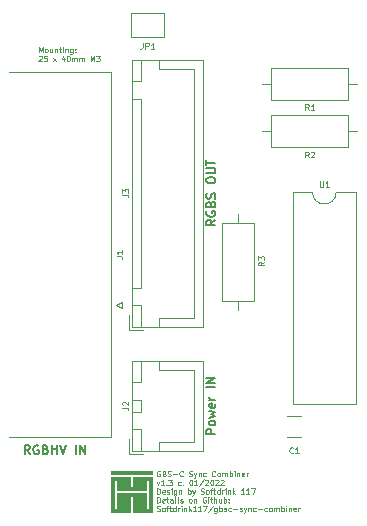
<source format=gbr>
%TF.GenerationSoftware,KiCad,Pcbnew,(6.0.1)*%
%TF.CreationDate,2022-01-23T22:03:48-08:00*%
%TF.ProjectId,gbsc-sync-combiner-v3,67627363-2d73-4796-9e63-2d636f6d6269,rev?*%
%TF.SameCoordinates,Original*%
%TF.FileFunction,Legend,Top*%
%TF.FilePolarity,Positive*%
%FSLAX46Y46*%
G04 Gerber Fmt 4.6, Leading zero omitted, Abs format (unit mm)*
G04 Created by KiCad (PCBNEW (6.0.1)) date 2022-01-23 22:03:48*
%MOMM*%
%LPD*%
G01*
G04 APERTURE LIST*
%ADD10C,0.127000*%
%ADD11C,0.076200*%
%ADD12C,0.075000*%
%ADD13C,0.120000*%
%ADD14C,0.010000*%
G04 APERTURE END LIST*
D10*
X114594714Y-70017857D02*
X114231857Y-70271857D01*
X114594714Y-70453285D02*
X113832714Y-70453285D01*
X113832714Y-70163000D01*
X113869000Y-70090428D01*
X113905285Y-70054142D01*
X113977857Y-70017857D01*
X114086714Y-70017857D01*
X114159285Y-70054142D01*
X114195571Y-70090428D01*
X114231857Y-70163000D01*
X114231857Y-70453285D01*
X113869000Y-69292142D02*
X113832714Y-69364714D01*
X113832714Y-69473571D01*
X113869000Y-69582428D01*
X113941571Y-69655000D01*
X114014142Y-69691285D01*
X114159285Y-69727571D01*
X114268142Y-69727571D01*
X114413285Y-69691285D01*
X114485857Y-69655000D01*
X114558428Y-69582428D01*
X114594714Y-69473571D01*
X114594714Y-69401000D01*
X114558428Y-69292142D01*
X114522142Y-69255857D01*
X114268142Y-69255857D01*
X114268142Y-69401000D01*
X114195571Y-68675285D02*
X114231857Y-68566428D01*
X114268142Y-68530142D01*
X114340714Y-68493857D01*
X114449571Y-68493857D01*
X114522142Y-68530142D01*
X114558428Y-68566428D01*
X114594714Y-68639000D01*
X114594714Y-68929285D01*
X113832714Y-68929285D01*
X113832714Y-68675285D01*
X113869000Y-68602714D01*
X113905285Y-68566428D01*
X113977857Y-68530142D01*
X114050428Y-68530142D01*
X114123000Y-68566428D01*
X114159285Y-68602714D01*
X114195571Y-68675285D01*
X114195571Y-68929285D01*
X114558428Y-68203571D02*
X114594714Y-68094714D01*
X114594714Y-67913285D01*
X114558428Y-67840714D01*
X114522142Y-67804428D01*
X114449571Y-67768142D01*
X114377000Y-67768142D01*
X114304428Y-67804428D01*
X114268142Y-67840714D01*
X114231857Y-67913285D01*
X114195571Y-68058428D01*
X114159285Y-68131000D01*
X114123000Y-68167285D01*
X114050428Y-68203571D01*
X113977857Y-68203571D01*
X113905285Y-68167285D01*
X113869000Y-68131000D01*
X113832714Y-68058428D01*
X113832714Y-67877000D01*
X113869000Y-67768142D01*
X113832714Y-66715857D02*
X113832714Y-66570714D01*
X113869000Y-66498142D01*
X113941571Y-66425571D01*
X114086714Y-66389285D01*
X114340714Y-66389285D01*
X114485857Y-66425571D01*
X114558428Y-66498142D01*
X114594714Y-66570714D01*
X114594714Y-66715857D01*
X114558428Y-66788428D01*
X114485857Y-66861000D01*
X114340714Y-66897285D01*
X114086714Y-66897285D01*
X113941571Y-66861000D01*
X113869000Y-66788428D01*
X113832714Y-66715857D01*
X113832714Y-66062714D02*
X114449571Y-66062714D01*
X114522142Y-66026428D01*
X114558428Y-65990142D01*
X114594714Y-65917571D01*
X114594714Y-65772428D01*
X114558428Y-65699857D01*
X114522142Y-65663571D01*
X114449571Y-65627285D01*
X113832714Y-65627285D01*
X113832714Y-65373285D02*
X113832714Y-64937857D01*
X114594714Y-65155571D02*
X113832714Y-65155571D01*
X98877285Y-89844714D02*
X98623285Y-89481857D01*
X98441857Y-89844714D02*
X98441857Y-89082714D01*
X98732142Y-89082714D01*
X98804714Y-89119000D01*
X98841000Y-89155285D01*
X98877285Y-89227857D01*
X98877285Y-89336714D01*
X98841000Y-89409285D01*
X98804714Y-89445571D01*
X98732142Y-89481857D01*
X98441857Y-89481857D01*
X99603000Y-89119000D02*
X99530428Y-89082714D01*
X99421571Y-89082714D01*
X99312714Y-89119000D01*
X99240142Y-89191571D01*
X99203857Y-89264142D01*
X99167571Y-89409285D01*
X99167571Y-89518142D01*
X99203857Y-89663285D01*
X99240142Y-89735857D01*
X99312714Y-89808428D01*
X99421571Y-89844714D01*
X99494142Y-89844714D01*
X99603000Y-89808428D01*
X99639285Y-89772142D01*
X99639285Y-89518142D01*
X99494142Y-89518142D01*
X100219857Y-89445571D02*
X100328714Y-89481857D01*
X100365000Y-89518142D01*
X100401285Y-89590714D01*
X100401285Y-89699571D01*
X100365000Y-89772142D01*
X100328714Y-89808428D01*
X100256142Y-89844714D01*
X99965857Y-89844714D01*
X99965857Y-89082714D01*
X100219857Y-89082714D01*
X100292428Y-89119000D01*
X100328714Y-89155285D01*
X100365000Y-89227857D01*
X100365000Y-89300428D01*
X100328714Y-89373000D01*
X100292428Y-89409285D01*
X100219857Y-89445571D01*
X99965857Y-89445571D01*
X100727857Y-89844714D02*
X100727857Y-89082714D01*
X100727857Y-89445571D02*
X101163285Y-89445571D01*
X101163285Y-89844714D02*
X101163285Y-89082714D01*
X101417285Y-89082714D02*
X101671285Y-89844714D01*
X101925285Y-89082714D01*
X102759857Y-89844714D02*
X102759857Y-89082714D01*
X103122714Y-89844714D02*
X103122714Y-89082714D01*
X103558142Y-89844714D01*
X103558142Y-89082714D01*
D11*
X99658387Y-55838782D02*
X99658387Y-55381582D01*
X99810787Y-55708154D01*
X99963187Y-55381582D01*
X99963187Y-55838782D01*
X100246215Y-55838782D02*
X100202672Y-55817011D01*
X100180901Y-55795239D01*
X100159130Y-55751696D01*
X100159130Y-55621068D01*
X100180901Y-55577525D01*
X100202672Y-55555754D01*
X100246215Y-55533982D01*
X100311530Y-55533982D01*
X100355072Y-55555754D01*
X100376844Y-55577525D01*
X100398615Y-55621068D01*
X100398615Y-55751696D01*
X100376844Y-55795239D01*
X100355072Y-55817011D01*
X100311530Y-55838782D01*
X100246215Y-55838782D01*
X100790501Y-55533982D02*
X100790501Y-55838782D01*
X100594558Y-55533982D02*
X100594558Y-55773468D01*
X100616330Y-55817011D01*
X100659872Y-55838782D01*
X100725187Y-55838782D01*
X100768730Y-55817011D01*
X100790501Y-55795239D01*
X101008215Y-55533982D02*
X101008215Y-55838782D01*
X101008215Y-55577525D02*
X101029987Y-55555754D01*
X101073530Y-55533982D01*
X101138844Y-55533982D01*
X101182387Y-55555754D01*
X101204158Y-55599296D01*
X101204158Y-55838782D01*
X101356558Y-55533982D02*
X101530730Y-55533982D01*
X101421872Y-55381582D02*
X101421872Y-55773468D01*
X101443644Y-55817011D01*
X101487187Y-55838782D01*
X101530730Y-55838782D01*
X101683130Y-55838782D02*
X101683130Y-55533982D01*
X101683130Y-55381582D02*
X101661358Y-55403354D01*
X101683130Y-55425125D01*
X101704901Y-55403354D01*
X101683130Y-55381582D01*
X101683130Y-55425125D01*
X101900844Y-55533982D02*
X101900844Y-55838782D01*
X101900844Y-55577525D02*
X101922615Y-55555754D01*
X101966158Y-55533982D01*
X102031472Y-55533982D01*
X102075015Y-55555754D01*
X102096787Y-55599296D01*
X102096787Y-55838782D01*
X102510444Y-55533982D02*
X102510444Y-55904096D01*
X102488672Y-55947639D01*
X102466901Y-55969411D01*
X102423358Y-55991182D01*
X102358044Y-55991182D01*
X102314501Y-55969411D01*
X102510444Y-55817011D02*
X102466901Y-55838782D01*
X102379815Y-55838782D01*
X102336272Y-55817011D01*
X102314501Y-55795239D01*
X102292730Y-55751696D01*
X102292730Y-55621068D01*
X102314501Y-55577525D01*
X102336272Y-55555754D01*
X102379815Y-55533982D01*
X102466901Y-55533982D01*
X102510444Y-55555754D01*
X102728158Y-55795239D02*
X102749930Y-55817011D01*
X102728158Y-55838782D01*
X102706387Y-55817011D01*
X102728158Y-55795239D01*
X102728158Y-55838782D01*
X102728158Y-55555754D02*
X102749930Y-55577525D01*
X102728158Y-55599296D01*
X102706387Y-55577525D01*
X102728158Y-55555754D01*
X102728158Y-55599296D01*
X99636615Y-56161217D02*
X99658387Y-56139446D01*
X99701930Y-56117674D01*
X99810787Y-56117674D01*
X99854330Y-56139446D01*
X99876101Y-56161217D01*
X99897872Y-56204760D01*
X99897872Y-56248303D01*
X99876101Y-56313617D01*
X99614844Y-56574874D01*
X99897872Y-56574874D01*
X100311530Y-56117674D02*
X100093815Y-56117674D01*
X100072044Y-56335388D01*
X100093815Y-56313617D01*
X100137358Y-56291846D01*
X100246215Y-56291846D01*
X100289758Y-56313617D01*
X100311530Y-56335388D01*
X100333301Y-56378931D01*
X100333301Y-56487788D01*
X100311530Y-56531331D01*
X100289758Y-56553103D01*
X100246215Y-56574874D01*
X100137358Y-56574874D01*
X100093815Y-56553103D01*
X100072044Y-56531331D01*
X100834044Y-56574874D02*
X101073530Y-56270074D01*
X100834044Y-56270074D02*
X101073530Y-56574874D01*
X101791987Y-56270074D02*
X101791987Y-56574874D01*
X101683130Y-56095903D02*
X101574272Y-56422474D01*
X101857301Y-56422474D01*
X102118558Y-56117674D02*
X102162101Y-56117674D01*
X102205644Y-56139446D01*
X102227415Y-56161217D01*
X102249187Y-56204760D01*
X102270958Y-56291846D01*
X102270958Y-56400703D01*
X102249187Y-56487788D01*
X102227415Y-56531331D01*
X102205644Y-56553103D01*
X102162101Y-56574874D01*
X102118558Y-56574874D01*
X102075015Y-56553103D01*
X102053244Y-56531331D01*
X102031472Y-56487788D01*
X102009701Y-56400703D01*
X102009701Y-56291846D01*
X102031472Y-56204760D01*
X102053244Y-56161217D01*
X102075015Y-56139446D01*
X102118558Y-56117674D01*
X102466901Y-56574874D02*
X102466901Y-56270074D01*
X102466901Y-56313617D02*
X102488672Y-56291846D01*
X102532215Y-56270074D01*
X102597530Y-56270074D01*
X102641072Y-56291846D01*
X102662844Y-56335388D01*
X102662844Y-56574874D01*
X102662844Y-56335388D02*
X102684615Y-56291846D01*
X102728158Y-56270074D01*
X102793472Y-56270074D01*
X102837015Y-56291846D01*
X102858787Y-56335388D01*
X102858787Y-56574874D01*
X103076501Y-56574874D02*
X103076501Y-56270074D01*
X103076501Y-56313617D02*
X103098272Y-56291846D01*
X103141815Y-56270074D01*
X103207130Y-56270074D01*
X103250672Y-56291846D01*
X103272444Y-56335388D01*
X103272444Y-56574874D01*
X103272444Y-56335388D02*
X103294215Y-56291846D01*
X103337758Y-56270074D01*
X103403072Y-56270074D01*
X103446615Y-56291846D01*
X103468387Y-56335388D01*
X103468387Y-56574874D01*
X104034444Y-56574874D02*
X104034444Y-56117674D01*
X104186844Y-56444246D01*
X104339244Y-56117674D01*
X104339244Y-56574874D01*
X104513415Y-56117674D02*
X104796444Y-56117674D01*
X104644044Y-56291846D01*
X104709358Y-56291846D01*
X104752901Y-56313617D01*
X104774672Y-56335388D01*
X104796444Y-56378931D01*
X104796444Y-56487788D01*
X104774672Y-56531331D01*
X104752901Y-56553103D01*
X104709358Y-56574874D01*
X104578730Y-56574874D01*
X104535187Y-56553103D01*
X104513415Y-56531331D01*
X109897882Y-91299208D02*
X109854340Y-91277436D01*
X109789025Y-91277436D01*
X109723711Y-91299208D01*
X109680168Y-91342750D01*
X109658397Y-91386293D01*
X109636625Y-91473379D01*
X109636625Y-91538693D01*
X109658397Y-91625779D01*
X109680168Y-91669322D01*
X109723711Y-91712865D01*
X109789025Y-91734636D01*
X109832568Y-91734636D01*
X109897882Y-91712865D01*
X109919654Y-91691093D01*
X109919654Y-91538693D01*
X109832568Y-91538693D01*
X110267997Y-91495150D02*
X110333311Y-91516922D01*
X110355082Y-91538693D01*
X110376854Y-91582236D01*
X110376854Y-91647550D01*
X110355082Y-91691093D01*
X110333311Y-91712865D01*
X110289768Y-91734636D01*
X110115597Y-91734636D01*
X110115597Y-91277436D01*
X110267997Y-91277436D01*
X110311540Y-91299208D01*
X110333311Y-91320979D01*
X110355082Y-91364522D01*
X110355082Y-91408065D01*
X110333311Y-91451608D01*
X110311540Y-91473379D01*
X110267997Y-91495150D01*
X110115597Y-91495150D01*
X110551025Y-91712865D02*
X110616340Y-91734636D01*
X110725197Y-91734636D01*
X110768740Y-91712865D01*
X110790511Y-91691093D01*
X110812282Y-91647550D01*
X110812282Y-91604008D01*
X110790511Y-91560465D01*
X110768740Y-91538693D01*
X110725197Y-91516922D01*
X110638111Y-91495150D01*
X110594568Y-91473379D01*
X110572797Y-91451608D01*
X110551025Y-91408065D01*
X110551025Y-91364522D01*
X110572797Y-91320979D01*
X110594568Y-91299208D01*
X110638111Y-91277436D01*
X110746968Y-91277436D01*
X110812282Y-91299208D01*
X111008225Y-91560465D02*
X111356568Y-91560465D01*
X111835540Y-91691093D02*
X111813768Y-91712865D01*
X111748454Y-91734636D01*
X111704911Y-91734636D01*
X111639597Y-91712865D01*
X111596054Y-91669322D01*
X111574282Y-91625779D01*
X111552511Y-91538693D01*
X111552511Y-91473379D01*
X111574282Y-91386293D01*
X111596054Y-91342750D01*
X111639597Y-91299208D01*
X111704911Y-91277436D01*
X111748454Y-91277436D01*
X111813768Y-91299208D01*
X111835540Y-91320979D01*
X112358054Y-91712865D02*
X112423368Y-91734636D01*
X112532225Y-91734636D01*
X112575768Y-91712865D01*
X112597540Y-91691093D01*
X112619311Y-91647550D01*
X112619311Y-91604008D01*
X112597540Y-91560465D01*
X112575768Y-91538693D01*
X112532225Y-91516922D01*
X112445140Y-91495150D01*
X112401597Y-91473379D01*
X112379825Y-91451608D01*
X112358054Y-91408065D01*
X112358054Y-91364522D01*
X112379825Y-91320979D01*
X112401597Y-91299208D01*
X112445140Y-91277436D01*
X112553997Y-91277436D01*
X112619311Y-91299208D01*
X112771711Y-91429836D02*
X112880568Y-91734636D01*
X112989425Y-91429836D02*
X112880568Y-91734636D01*
X112837025Y-91843493D01*
X112815254Y-91865265D01*
X112771711Y-91887036D01*
X113163597Y-91429836D02*
X113163597Y-91734636D01*
X113163597Y-91473379D02*
X113185368Y-91451608D01*
X113228911Y-91429836D01*
X113294225Y-91429836D01*
X113337768Y-91451608D01*
X113359540Y-91495150D01*
X113359540Y-91734636D01*
X113773197Y-91712865D02*
X113729654Y-91734636D01*
X113642568Y-91734636D01*
X113599025Y-91712865D01*
X113577254Y-91691093D01*
X113555482Y-91647550D01*
X113555482Y-91516922D01*
X113577254Y-91473379D01*
X113599025Y-91451608D01*
X113642568Y-91429836D01*
X113729654Y-91429836D01*
X113773197Y-91451608D01*
X114578740Y-91691093D02*
X114556968Y-91712865D01*
X114491654Y-91734636D01*
X114448111Y-91734636D01*
X114382797Y-91712865D01*
X114339254Y-91669322D01*
X114317482Y-91625779D01*
X114295711Y-91538693D01*
X114295711Y-91473379D01*
X114317482Y-91386293D01*
X114339254Y-91342750D01*
X114382797Y-91299208D01*
X114448111Y-91277436D01*
X114491654Y-91277436D01*
X114556968Y-91299208D01*
X114578740Y-91320979D01*
X114839997Y-91734636D02*
X114796454Y-91712865D01*
X114774682Y-91691093D01*
X114752911Y-91647550D01*
X114752911Y-91516922D01*
X114774682Y-91473379D01*
X114796454Y-91451608D01*
X114839997Y-91429836D01*
X114905311Y-91429836D01*
X114948854Y-91451608D01*
X114970625Y-91473379D01*
X114992397Y-91516922D01*
X114992397Y-91647550D01*
X114970625Y-91691093D01*
X114948854Y-91712865D01*
X114905311Y-91734636D01*
X114839997Y-91734636D01*
X115188340Y-91734636D02*
X115188340Y-91429836D01*
X115188340Y-91473379D02*
X115210111Y-91451608D01*
X115253654Y-91429836D01*
X115318968Y-91429836D01*
X115362511Y-91451608D01*
X115384282Y-91495150D01*
X115384282Y-91734636D01*
X115384282Y-91495150D02*
X115406054Y-91451608D01*
X115449597Y-91429836D01*
X115514911Y-91429836D01*
X115558454Y-91451608D01*
X115580225Y-91495150D01*
X115580225Y-91734636D01*
X115797940Y-91734636D02*
X115797940Y-91277436D01*
X115797940Y-91451608D02*
X115841482Y-91429836D01*
X115928568Y-91429836D01*
X115972111Y-91451608D01*
X115993882Y-91473379D01*
X116015654Y-91516922D01*
X116015654Y-91647550D01*
X115993882Y-91691093D01*
X115972111Y-91712865D01*
X115928568Y-91734636D01*
X115841482Y-91734636D01*
X115797940Y-91712865D01*
X116211597Y-91734636D02*
X116211597Y-91429836D01*
X116211597Y-91277436D02*
X116189825Y-91299208D01*
X116211597Y-91320979D01*
X116233368Y-91299208D01*
X116211597Y-91277436D01*
X116211597Y-91320979D01*
X116429311Y-91429836D02*
X116429311Y-91734636D01*
X116429311Y-91473379D02*
X116451082Y-91451608D01*
X116494625Y-91429836D01*
X116559940Y-91429836D01*
X116603482Y-91451608D01*
X116625254Y-91495150D01*
X116625254Y-91734636D01*
X117017140Y-91712865D02*
X116973597Y-91734636D01*
X116886511Y-91734636D01*
X116842968Y-91712865D01*
X116821197Y-91669322D01*
X116821197Y-91495150D01*
X116842968Y-91451608D01*
X116886511Y-91429836D01*
X116973597Y-91429836D01*
X117017140Y-91451608D01*
X117038911Y-91495150D01*
X117038911Y-91538693D01*
X116821197Y-91582236D01*
X117234854Y-91734636D02*
X117234854Y-91429836D01*
X117234854Y-91516922D02*
X117256625Y-91473379D01*
X117278397Y-91451608D01*
X117321940Y-91429836D01*
X117365482Y-91429836D01*
X109614854Y-92165928D02*
X109723711Y-92470728D01*
X109832568Y-92165928D01*
X110246225Y-92470728D02*
X109984968Y-92470728D01*
X110115597Y-92470728D02*
X110115597Y-92013528D01*
X110072054Y-92078842D01*
X110028511Y-92122385D01*
X109984968Y-92144157D01*
X110442168Y-92427185D02*
X110463940Y-92448957D01*
X110442168Y-92470728D01*
X110420397Y-92448957D01*
X110442168Y-92427185D01*
X110442168Y-92470728D01*
X110616340Y-92013528D02*
X110899368Y-92013528D01*
X110746968Y-92187700D01*
X110812282Y-92187700D01*
X110855825Y-92209471D01*
X110877597Y-92231242D01*
X110899368Y-92274785D01*
X110899368Y-92383642D01*
X110877597Y-92427185D01*
X110855825Y-92448957D01*
X110812282Y-92470728D01*
X110681654Y-92470728D01*
X110638111Y-92448957D01*
X110616340Y-92427185D01*
X111639597Y-92448957D02*
X111596054Y-92470728D01*
X111508968Y-92470728D01*
X111465425Y-92448957D01*
X111443654Y-92427185D01*
X111421882Y-92383642D01*
X111421882Y-92253014D01*
X111443654Y-92209471D01*
X111465425Y-92187700D01*
X111508968Y-92165928D01*
X111596054Y-92165928D01*
X111639597Y-92187700D01*
X111835540Y-92427185D02*
X111857311Y-92448957D01*
X111835540Y-92470728D01*
X111813768Y-92448957D01*
X111835540Y-92427185D01*
X111835540Y-92470728D01*
X112488682Y-92013528D02*
X112532225Y-92013528D01*
X112575768Y-92035300D01*
X112597540Y-92057071D01*
X112619311Y-92100614D01*
X112641082Y-92187700D01*
X112641082Y-92296557D01*
X112619311Y-92383642D01*
X112597540Y-92427185D01*
X112575768Y-92448957D01*
X112532225Y-92470728D01*
X112488682Y-92470728D01*
X112445140Y-92448957D01*
X112423368Y-92427185D01*
X112401597Y-92383642D01*
X112379825Y-92296557D01*
X112379825Y-92187700D01*
X112401597Y-92100614D01*
X112423368Y-92057071D01*
X112445140Y-92035300D01*
X112488682Y-92013528D01*
X113076511Y-92470728D02*
X112815254Y-92470728D01*
X112945882Y-92470728D02*
X112945882Y-92013528D01*
X112902340Y-92078842D01*
X112858797Y-92122385D01*
X112815254Y-92144157D01*
X113599025Y-91991757D02*
X113207140Y-92579585D01*
X113729654Y-92057071D02*
X113751425Y-92035300D01*
X113794968Y-92013528D01*
X113903825Y-92013528D01*
X113947368Y-92035300D01*
X113969140Y-92057071D01*
X113990911Y-92100614D01*
X113990911Y-92144157D01*
X113969140Y-92209471D01*
X113707882Y-92470728D01*
X113990911Y-92470728D01*
X114273940Y-92013528D02*
X114317482Y-92013528D01*
X114361025Y-92035300D01*
X114382797Y-92057071D01*
X114404568Y-92100614D01*
X114426340Y-92187700D01*
X114426340Y-92296557D01*
X114404568Y-92383642D01*
X114382797Y-92427185D01*
X114361025Y-92448957D01*
X114317482Y-92470728D01*
X114273940Y-92470728D01*
X114230397Y-92448957D01*
X114208625Y-92427185D01*
X114186854Y-92383642D01*
X114165082Y-92296557D01*
X114165082Y-92187700D01*
X114186854Y-92100614D01*
X114208625Y-92057071D01*
X114230397Y-92035300D01*
X114273940Y-92013528D01*
X114600511Y-92057071D02*
X114622282Y-92035300D01*
X114665825Y-92013528D01*
X114774682Y-92013528D01*
X114818225Y-92035300D01*
X114839997Y-92057071D01*
X114861768Y-92100614D01*
X114861768Y-92144157D01*
X114839997Y-92209471D01*
X114578740Y-92470728D01*
X114861768Y-92470728D01*
X115035940Y-92057071D02*
X115057711Y-92035300D01*
X115101254Y-92013528D01*
X115210111Y-92013528D01*
X115253654Y-92035300D01*
X115275425Y-92057071D01*
X115297197Y-92100614D01*
X115297197Y-92144157D01*
X115275425Y-92209471D01*
X115014168Y-92470728D01*
X115297197Y-92470728D01*
X109658397Y-93206820D02*
X109658397Y-92749620D01*
X109767254Y-92749620D01*
X109832568Y-92771392D01*
X109876111Y-92814934D01*
X109897882Y-92858477D01*
X109919654Y-92945563D01*
X109919654Y-93010877D01*
X109897882Y-93097963D01*
X109876111Y-93141506D01*
X109832568Y-93185049D01*
X109767254Y-93206820D01*
X109658397Y-93206820D01*
X110289768Y-93185049D02*
X110246225Y-93206820D01*
X110159140Y-93206820D01*
X110115597Y-93185049D01*
X110093825Y-93141506D01*
X110093825Y-92967334D01*
X110115597Y-92923792D01*
X110159140Y-92902020D01*
X110246225Y-92902020D01*
X110289768Y-92923792D01*
X110311540Y-92967334D01*
X110311540Y-93010877D01*
X110093825Y-93054420D01*
X110485711Y-93185049D02*
X110529254Y-93206820D01*
X110616340Y-93206820D01*
X110659882Y-93185049D01*
X110681654Y-93141506D01*
X110681654Y-93119734D01*
X110659882Y-93076192D01*
X110616340Y-93054420D01*
X110551025Y-93054420D01*
X110507482Y-93032649D01*
X110485711Y-92989106D01*
X110485711Y-92967334D01*
X110507482Y-92923792D01*
X110551025Y-92902020D01*
X110616340Y-92902020D01*
X110659882Y-92923792D01*
X110877597Y-93206820D02*
X110877597Y-92902020D01*
X110877597Y-92749620D02*
X110855825Y-92771392D01*
X110877597Y-92793163D01*
X110899368Y-92771392D01*
X110877597Y-92749620D01*
X110877597Y-92793163D01*
X111291254Y-92902020D02*
X111291254Y-93272134D01*
X111269482Y-93315677D01*
X111247711Y-93337449D01*
X111204168Y-93359220D01*
X111138854Y-93359220D01*
X111095311Y-93337449D01*
X111291254Y-93185049D02*
X111247711Y-93206820D01*
X111160625Y-93206820D01*
X111117082Y-93185049D01*
X111095311Y-93163277D01*
X111073540Y-93119734D01*
X111073540Y-92989106D01*
X111095311Y-92945563D01*
X111117082Y-92923792D01*
X111160625Y-92902020D01*
X111247711Y-92902020D01*
X111291254Y-92923792D01*
X111508968Y-92902020D02*
X111508968Y-93206820D01*
X111508968Y-92945563D02*
X111530740Y-92923792D01*
X111574282Y-92902020D01*
X111639597Y-92902020D01*
X111683140Y-92923792D01*
X111704911Y-92967334D01*
X111704911Y-93206820D01*
X112270968Y-93206820D02*
X112270968Y-92749620D01*
X112270968Y-92923792D02*
X112314511Y-92902020D01*
X112401597Y-92902020D01*
X112445140Y-92923792D01*
X112466911Y-92945563D01*
X112488682Y-92989106D01*
X112488682Y-93119734D01*
X112466911Y-93163277D01*
X112445140Y-93185049D01*
X112401597Y-93206820D01*
X112314511Y-93206820D01*
X112270968Y-93185049D01*
X112641082Y-92902020D02*
X112749940Y-93206820D01*
X112858797Y-92902020D02*
X112749940Y-93206820D01*
X112706397Y-93315677D01*
X112684625Y-93337449D01*
X112641082Y-93359220D01*
X113359540Y-93185049D02*
X113424854Y-93206820D01*
X113533711Y-93206820D01*
X113577254Y-93185049D01*
X113599025Y-93163277D01*
X113620797Y-93119734D01*
X113620797Y-93076192D01*
X113599025Y-93032649D01*
X113577254Y-93010877D01*
X113533711Y-92989106D01*
X113446625Y-92967334D01*
X113403082Y-92945563D01*
X113381311Y-92923792D01*
X113359540Y-92880249D01*
X113359540Y-92836706D01*
X113381311Y-92793163D01*
X113403082Y-92771392D01*
X113446625Y-92749620D01*
X113555482Y-92749620D01*
X113620797Y-92771392D01*
X113882054Y-93206820D02*
X113838511Y-93185049D01*
X113816740Y-93163277D01*
X113794968Y-93119734D01*
X113794968Y-92989106D01*
X113816740Y-92945563D01*
X113838511Y-92923792D01*
X113882054Y-92902020D01*
X113947368Y-92902020D01*
X113990911Y-92923792D01*
X114012682Y-92945563D01*
X114034454Y-92989106D01*
X114034454Y-93119734D01*
X114012682Y-93163277D01*
X113990911Y-93185049D01*
X113947368Y-93206820D01*
X113882054Y-93206820D01*
X114165082Y-92902020D02*
X114339254Y-92902020D01*
X114230397Y-93206820D02*
X114230397Y-92814934D01*
X114252168Y-92771392D01*
X114295711Y-92749620D01*
X114339254Y-92749620D01*
X114426340Y-92902020D02*
X114600511Y-92902020D01*
X114491654Y-92749620D02*
X114491654Y-93141506D01*
X114513425Y-93185049D01*
X114556968Y-93206820D01*
X114600511Y-93206820D01*
X114948854Y-93206820D02*
X114948854Y-92749620D01*
X114948854Y-93185049D02*
X114905311Y-93206820D01*
X114818225Y-93206820D01*
X114774682Y-93185049D01*
X114752911Y-93163277D01*
X114731140Y-93119734D01*
X114731140Y-92989106D01*
X114752911Y-92945563D01*
X114774682Y-92923792D01*
X114818225Y-92902020D01*
X114905311Y-92902020D01*
X114948854Y-92923792D01*
X115166568Y-93206820D02*
X115166568Y-92902020D01*
X115166568Y-92989106D02*
X115188340Y-92945563D01*
X115210111Y-92923792D01*
X115253654Y-92902020D01*
X115297197Y-92902020D01*
X115449597Y-93206820D02*
X115449597Y-92902020D01*
X115449597Y-92749620D02*
X115427825Y-92771392D01*
X115449597Y-92793163D01*
X115471368Y-92771392D01*
X115449597Y-92749620D01*
X115449597Y-92793163D01*
X115667311Y-92902020D02*
X115667311Y-93206820D01*
X115667311Y-92945563D02*
X115689082Y-92923792D01*
X115732625Y-92902020D01*
X115797940Y-92902020D01*
X115841482Y-92923792D01*
X115863254Y-92967334D01*
X115863254Y-93206820D01*
X116080968Y-93206820D02*
X116080968Y-92749620D01*
X116124511Y-93032649D02*
X116255140Y-93206820D01*
X116255140Y-92902020D02*
X116080968Y-93076192D01*
X117038911Y-93206820D02*
X116777654Y-93206820D01*
X116908282Y-93206820D02*
X116908282Y-92749620D01*
X116864740Y-92814934D01*
X116821197Y-92858477D01*
X116777654Y-92880249D01*
X117474340Y-93206820D02*
X117213082Y-93206820D01*
X117343711Y-93206820D02*
X117343711Y-92749620D01*
X117300168Y-92814934D01*
X117256625Y-92858477D01*
X117213082Y-92880249D01*
X117626740Y-92749620D02*
X117931540Y-92749620D01*
X117735597Y-93206820D01*
X109658397Y-93942912D02*
X109658397Y-93485712D01*
X109767254Y-93485712D01*
X109832568Y-93507484D01*
X109876111Y-93551026D01*
X109897882Y-93594569D01*
X109919654Y-93681655D01*
X109919654Y-93746969D01*
X109897882Y-93834055D01*
X109876111Y-93877598D01*
X109832568Y-93921141D01*
X109767254Y-93942912D01*
X109658397Y-93942912D01*
X110289768Y-93921141D02*
X110246225Y-93942912D01*
X110159140Y-93942912D01*
X110115597Y-93921141D01*
X110093825Y-93877598D01*
X110093825Y-93703426D01*
X110115597Y-93659884D01*
X110159140Y-93638112D01*
X110246225Y-93638112D01*
X110289768Y-93659884D01*
X110311540Y-93703426D01*
X110311540Y-93746969D01*
X110093825Y-93790512D01*
X110442168Y-93638112D02*
X110616340Y-93638112D01*
X110507482Y-93485712D02*
X110507482Y-93877598D01*
X110529254Y-93921141D01*
X110572797Y-93942912D01*
X110616340Y-93942912D01*
X110964682Y-93942912D02*
X110964682Y-93703426D01*
X110942911Y-93659884D01*
X110899368Y-93638112D01*
X110812282Y-93638112D01*
X110768740Y-93659884D01*
X110964682Y-93921141D02*
X110921140Y-93942912D01*
X110812282Y-93942912D01*
X110768740Y-93921141D01*
X110746968Y-93877598D01*
X110746968Y-93834055D01*
X110768740Y-93790512D01*
X110812282Y-93768741D01*
X110921140Y-93768741D01*
X110964682Y-93746969D01*
X111182397Y-93942912D02*
X111182397Y-93638112D01*
X111182397Y-93485712D02*
X111160625Y-93507484D01*
X111182397Y-93529255D01*
X111204168Y-93507484D01*
X111182397Y-93485712D01*
X111182397Y-93529255D01*
X111465425Y-93942912D02*
X111421882Y-93921141D01*
X111400111Y-93877598D01*
X111400111Y-93485712D01*
X111617825Y-93921141D02*
X111661368Y-93942912D01*
X111748454Y-93942912D01*
X111791997Y-93921141D01*
X111813768Y-93877598D01*
X111813768Y-93855826D01*
X111791997Y-93812284D01*
X111748454Y-93790512D01*
X111683140Y-93790512D01*
X111639597Y-93768741D01*
X111617825Y-93725198D01*
X111617825Y-93703426D01*
X111639597Y-93659884D01*
X111683140Y-93638112D01*
X111748454Y-93638112D01*
X111791997Y-93659884D01*
X112423368Y-93942912D02*
X112379825Y-93921141D01*
X112358054Y-93899369D01*
X112336282Y-93855826D01*
X112336282Y-93725198D01*
X112358054Y-93681655D01*
X112379825Y-93659884D01*
X112423368Y-93638112D01*
X112488682Y-93638112D01*
X112532225Y-93659884D01*
X112553997Y-93681655D01*
X112575768Y-93725198D01*
X112575768Y-93855826D01*
X112553997Y-93899369D01*
X112532225Y-93921141D01*
X112488682Y-93942912D01*
X112423368Y-93942912D01*
X112771711Y-93638112D02*
X112771711Y-93942912D01*
X112771711Y-93681655D02*
X112793482Y-93659884D01*
X112837025Y-93638112D01*
X112902340Y-93638112D01*
X112945882Y-93659884D01*
X112967654Y-93703426D01*
X112967654Y-93942912D01*
X113773197Y-93507484D02*
X113729654Y-93485712D01*
X113664340Y-93485712D01*
X113599025Y-93507484D01*
X113555482Y-93551026D01*
X113533711Y-93594569D01*
X113511940Y-93681655D01*
X113511940Y-93746969D01*
X113533711Y-93834055D01*
X113555482Y-93877598D01*
X113599025Y-93921141D01*
X113664340Y-93942912D01*
X113707882Y-93942912D01*
X113773197Y-93921141D01*
X113794968Y-93899369D01*
X113794968Y-93746969D01*
X113707882Y-93746969D01*
X113990911Y-93942912D02*
X113990911Y-93638112D01*
X113990911Y-93485712D02*
X113969140Y-93507484D01*
X113990911Y-93529255D01*
X114012682Y-93507484D01*
X113990911Y-93485712D01*
X113990911Y-93529255D01*
X114143311Y-93638112D02*
X114317482Y-93638112D01*
X114208625Y-93485712D02*
X114208625Y-93877598D01*
X114230397Y-93921141D01*
X114273940Y-93942912D01*
X114317482Y-93942912D01*
X114469882Y-93942912D02*
X114469882Y-93485712D01*
X114665825Y-93942912D02*
X114665825Y-93703426D01*
X114644054Y-93659884D01*
X114600511Y-93638112D01*
X114535197Y-93638112D01*
X114491654Y-93659884D01*
X114469882Y-93681655D01*
X115079482Y-93638112D02*
X115079482Y-93942912D01*
X114883540Y-93638112D02*
X114883540Y-93877598D01*
X114905311Y-93921141D01*
X114948854Y-93942912D01*
X115014168Y-93942912D01*
X115057711Y-93921141D01*
X115079482Y-93899369D01*
X115297197Y-93942912D02*
X115297197Y-93485712D01*
X115297197Y-93659884D02*
X115340740Y-93638112D01*
X115427825Y-93638112D01*
X115471368Y-93659884D01*
X115493140Y-93681655D01*
X115514911Y-93725198D01*
X115514911Y-93855826D01*
X115493140Y-93899369D01*
X115471368Y-93921141D01*
X115427825Y-93942912D01*
X115340740Y-93942912D01*
X115297197Y-93921141D01*
X115710854Y-93899369D02*
X115732625Y-93921141D01*
X115710854Y-93942912D01*
X115689082Y-93921141D01*
X115710854Y-93899369D01*
X115710854Y-93942912D01*
X115710854Y-93659884D02*
X115732625Y-93681655D01*
X115710854Y-93703426D01*
X115689082Y-93681655D01*
X115710854Y-93659884D01*
X115710854Y-93703426D01*
X109636625Y-94657233D02*
X109701940Y-94679004D01*
X109810797Y-94679004D01*
X109854340Y-94657233D01*
X109876111Y-94635461D01*
X109897882Y-94591918D01*
X109897882Y-94548376D01*
X109876111Y-94504833D01*
X109854340Y-94483061D01*
X109810797Y-94461290D01*
X109723711Y-94439518D01*
X109680168Y-94417747D01*
X109658397Y-94395976D01*
X109636625Y-94352433D01*
X109636625Y-94308890D01*
X109658397Y-94265347D01*
X109680168Y-94243576D01*
X109723711Y-94221804D01*
X109832568Y-94221804D01*
X109897882Y-94243576D01*
X110159140Y-94679004D02*
X110115597Y-94657233D01*
X110093825Y-94635461D01*
X110072054Y-94591918D01*
X110072054Y-94461290D01*
X110093825Y-94417747D01*
X110115597Y-94395976D01*
X110159140Y-94374204D01*
X110224454Y-94374204D01*
X110267997Y-94395976D01*
X110289768Y-94417747D01*
X110311540Y-94461290D01*
X110311540Y-94591918D01*
X110289768Y-94635461D01*
X110267997Y-94657233D01*
X110224454Y-94679004D01*
X110159140Y-94679004D01*
X110442168Y-94374204D02*
X110616340Y-94374204D01*
X110507482Y-94679004D02*
X110507482Y-94287118D01*
X110529254Y-94243576D01*
X110572797Y-94221804D01*
X110616340Y-94221804D01*
X110703425Y-94374204D02*
X110877597Y-94374204D01*
X110768740Y-94221804D02*
X110768740Y-94613690D01*
X110790511Y-94657233D01*
X110834054Y-94679004D01*
X110877597Y-94679004D01*
X111225940Y-94679004D02*
X111225940Y-94221804D01*
X111225940Y-94657233D02*
X111182397Y-94679004D01*
X111095311Y-94679004D01*
X111051768Y-94657233D01*
X111029997Y-94635461D01*
X111008225Y-94591918D01*
X111008225Y-94461290D01*
X111029997Y-94417747D01*
X111051768Y-94395976D01*
X111095311Y-94374204D01*
X111182397Y-94374204D01*
X111225940Y-94395976D01*
X111443654Y-94679004D02*
X111443654Y-94374204D01*
X111443654Y-94461290D02*
X111465425Y-94417747D01*
X111487197Y-94395976D01*
X111530740Y-94374204D01*
X111574282Y-94374204D01*
X111726682Y-94679004D02*
X111726682Y-94374204D01*
X111726682Y-94221804D02*
X111704911Y-94243576D01*
X111726682Y-94265347D01*
X111748454Y-94243576D01*
X111726682Y-94221804D01*
X111726682Y-94265347D01*
X111944397Y-94374204D02*
X111944397Y-94679004D01*
X111944397Y-94417747D02*
X111966168Y-94395976D01*
X112009711Y-94374204D01*
X112075025Y-94374204D01*
X112118568Y-94395976D01*
X112140340Y-94439518D01*
X112140340Y-94679004D01*
X112358054Y-94679004D02*
X112358054Y-94221804D01*
X112401597Y-94504833D02*
X112532225Y-94679004D01*
X112532225Y-94374204D02*
X112358054Y-94548376D01*
X112967654Y-94679004D02*
X112706397Y-94679004D01*
X112837025Y-94679004D02*
X112837025Y-94221804D01*
X112793482Y-94287118D01*
X112749940Y-94330661D01*
X112706397Y-94352433D01*
X113403082Y-94679004D02*
X113141825Y-94679004D01*
X113272454Y-94679004D02*
X113272454Y-94221804D01*
X113228911Y-94287118D01*
X113185368Y-94330661D01*
X113141825Y-94352433D01*
X113555482Y-94221804D02*
X113860282Y-94221804D01*
X113664340Y-94679004D01*
X114361025Y-94200033D02*
X113969140Y-94787861D01*
X114709368Y-94374204D02*
X114709368Y-94744318D01*
X114687597Y-94787861D01*
X114665825Y-94809633D01*
X114622282Y-94831404D01*
X114556968Y-94831404D01*
X114513425Y-94809633D01*
X114709368Y-94657233D02*
X114665825Y-94679004D01*
X114578740Y-94679004D01*
X114535197Y-94657233D01*
X114513425Y-94635461D01*
X114491654Y-94591918D01*
X114491654Y-94461290D01*
X114513425Y-94417747D01*
X114535197Y-94395976D01*
X114578740Y-94374204D01*
X114665825Y-94374204D01*
X114709368Y-94395976D01*
X114927082Y-94679004D02*
X114927082Y-94221804D01*
X114927082Y-94395976D02*
X114970625Y-94374204D01*
X115057711Y-94374204D01*
X115101254Y-94395976D01*
X115123025Y-94417747D01*
X115144797Y-94461290D01*
X115144797Y-94591918D01*
X115123025Y-94635461D01*
X115101254Y-94657233D01*
X115057711Y-94679004D01*
X114970625Y-94679004D01*
X114927082Y-94657233D01*
X115318968Y-94657233D02*
X115362511Y-94679004D01*
X115449597Y-94679004D01*
X115493140Y-94657233D01*
X115514911Y-94613690D01*
X115514911Y-94591918D01*
X115493140Y-94548376D01*
X115449597Y-94526604D01*
X115384282Y-94526604D01*
X115340740Y-94504833D01*
X115318968Y-94461290D01*
X115318968Y-94439518D01*
X115340740Y-94395976D01*
X115384282Y-94374204D01*
X115449597Y-94374204D01*
X115493140Y-94395976D01*
X115906797Y-94657233D02*
X115863254Y-94679004D01*
X115776168Y-94679004D01*
X115732625Y-94657233D01*
X115710854Y-94635461D01*
X115689082Y-94591918D01*
X115689082Y-94461290D01*
X115710854Y-94417747D01*
X115732625Y-94395976D01*
X115776168Y-94374204D01*
X115863254Y-94374204D01*
X115906797Y-94395976D01*
X116102740Y-94504833D02*
X116451082Y-94504833D01*
X116647025Y-94657233D02*
X116690568Y-94679004D01*
X116777654Y-94679004D01*
X116821197Y-94657233D01*
X116842968Y-94613690D01*
X116842968Y-94591918D01*
X116821197Y-94548376D01*
X116777654Y-94526604D01*
X116712340Y-94526604D01*
X116668797Y-94504833D01*
X116647025Y-94461290D01*
X116647025Y-94439518D01*
X116668797Y-94395976D01*
X116712340Y-94374204D01*
X116777654Y-94374204D01*
X116821197Y-94395976D01*
X116995368Y-94374204D02*
X117104225Y-94679004D01*
X117213082Y-94374204D02*
X117104225Y-94679004D01*
X117060682Y-94787861D01*
X117038911Y-94809633D01*
X116995368Y-94831404D01*
X117387254Y-94374204D02*
X117387254Y-94679004D01*
X117387254Y-94417747D02*
X117409025Y-94395976D01*
X117452568Y-94374204D01*
X117517882Y-94374204D01*
X117561425Y-94395976D01*
X117583197Y-94439518D01*
X117583197Y-94679004D01*
X117996854Y-94657233D02*
X117953311Y-94679004D01*
X117866225Y-94679004D01*
X117822682Y-94657233D01*
X117800911Y-94635461D01*
X117779140Y-94591918D01*
X117779140Y-94461290D01*
X117800911Y-94417747D01*
X117822682Y-94395976D01*
X117866225Y-94374204D01*
X117953311Y-94374204D01*
X117996854Y-94395976D01*
X118192797Y-94504833D02*
X118541140Y-94504833D01*
X118954797Y-94657233D02*
X118911254Y-94679004D01*
X118824168Y-94679004D01*
X118780625Y-94657233D01*
X118758854Y-94635461D01*
X118737082Y-94591918D01*
X118737082Y-94461290D01*
X118758854Y-94417747D01*
X118780625Y-94395976D01*
X118824168Y-94374204D01*
X118911254Y-94374204D01*
X118954797Y-94395976D01*
X119216054Y-94679004D02*
X119172511Y-94657233D01*
X119150740Y-94635461D01*
X119128968Y-94591918D01*
X119128968Y-94461290D01*
X119150740Y-94417747D01*
X119172511Y-94395976D01*
X119216054Y-94374204D01*
X119281368Y-94374204D01*
X119324911Y-94395976D01*
X119346682Y-94417747D01*
X119368454Y-94461290D01*
X119368454Y-94591918D01*
X119346682Y-94635461D01*
X119324911Y-94657233D01*
X119281368Y-94679004D01*
X119216054Y-94679004D01*
X119564397Y-94679004D02*
X119564397Y-94374204D01*
X119564397Y-94417747D02*
X119586168Y-94395976D01*
X119629711Y-94374204D01*
X119695025Y-94374204D01*
X119738568Y-94395976D01*
X119760340Y-94439518D01*
X119760340Y-94679004D01*
X119760340Y-94439518D02*
X119782111Y-94395976D01*
X119825654Y-94374204D01*
X119890968Y-94374204D01*
X119934511Y-94395976D01*
X119956282Y-94439518D01*
X119956282Y-94679004D01*
X120173997Y-94679004D02*
X120173997Y-94221804D01*
X120173997Y-94395976D02*
X120217540Y-94374204D01*
X120304625Y-94374204D01*
X120348168Y-94395976D01*
X120369940Y-94417747D01*
X120391711Y-94461290D01*
X120391711Y-94591918D01*
X120369940Y-94635461D01*
X120348168Y-94657233D01*
X120304625Y-94679004D01*
X120217540Y-94679004D01*
X120173997Y-94657233D01*
X120587654Y-94679004D02*
X120587654Y-94374204D01*
X120587654Y-94221804D02*
X120565882Y-94243576D01*
X120587654Y-94265347D01*
X120609425Y-94243576D01*
X120587654Y-94221804D01*
X120587654Y-94265347D01*
X120805368Y-94374204D02*
X120805368Y-94679004D01*
X120805368Y-94417747D02*
X120827140Y-94395976D01*
X120870682Y-94374204D01*
X120935997Y-94374204D01*
X120979540Y-94395976D01*
X121001311Y-94439518D01*
X121001311Y-94679004D01*
X121393197Y-94657233D02*
X121349654Y-94679004D01*
X121262568Y-94679004D01*
X121219025Y-94657233D01*
X121197254Y-94613690D01*
X121197254Y-94439518D01*
X121219025Y-94395976D01*
X121262568Y-94374204D01*
X121349654Y-94374204D01*
X121393197Y-94395976D01*
X121414968Y-94439518D01*
X121414968Y-94483061D01*
X121197254Y-94526604D01*
X121610911Y-94679004D02*
X121610911Y-94374204D01*
X121610911Y-94461290D02*
X121632682Y-94417747D01*
X121654454Y-94395976D01*
X121697997Y-94374204D01*
X121741540Y-94374204D01*
D10*
X114594714Y-88126714D02*
X113832714Y-88126714D01*
X113832714Y-87836428D01*
X113869000Y-87763857D01*
X113905285Y-87727571D01*
X113977857Y-87691285D01*
X114086714Y-87691285D01*
X114159285Y-87727571D01*
X114195571Y-87763857D01*
X114231857Y-87836428D01*
X114231857Y-88126714D01*
X114594714Y-87255857D02*
X114558428Y-87328428D01*
X114522142Y-87364714D01*
X114449571Y-87401000D01*
X114231857Y-87401000D01*
X114159285Y-87364714D01*
X114123000Y-87328428D01*
X114086714Y-87255857D01*
X114086714Y-87147000D01*
X114123000Y-87074428D01*
X114159285Y-87038142D01*
X114231857Y-87001857D01*
X114449571Y-87001857D01*
X114522142Y-87038142D01*
X114558428Y-87074428D01*
X114594714Y-87147000D01*
X114594714Y-87255857D01*
X114086714Y-86747857D02*
X114594714Y-86602714D01*
X114231857Y-86457571D01*
X114594714Y-86312428D01*
X114086714Y-86167285D01*
X114558428Y-85586714D02*
X114594714Y-85659285D01*
X114594714Y-85804428D01*
X114558428Y-85877000D01*
X114485857Y-85913285D01*
X114195571Y-85913285D01*
X114123000Y-85877000D01*
X114086714Y-85804428D01*
X114086714Y-85659285D01*
X114123000Y-85586714D01*
X114195571Y-85550428D01*
X114268142Y-85550428D01*
X114340714Y-85913285D01*
X114594714Y-85223857D02*
X114086714Y-85223857D01*
X114231857Y-85223857D02*
X114159285Y-85187571D01*
X114123000Y-85151285D01*
X114086714Y-85078714D01*
X114086714Y-85006142D01*
X114594714Y-84171571D02*
X113832714Y-84171571D01*
X114594714Y-83808714D02*
X113832714Y-83808714D01*
X114594714Y-83373285D01*
X113832714Y-83373285D01*
D12*
%TO.C,J2*%
X106726190Y-85916666D02*
X107083333Y-85916666D01*
X107154761Y-85940476D01*
X107202380Y-85988095D01*
X107226190Y-86059523D01*
X107226190Y-86107142D01*
X106773809Y-85702380D02*
X106750000Y-85678571D01*
X106726190Y-85630952D01*
X106726190Y-85511904D01*
X106750000Y-85464285D01*
X106773809Y-85440476D01*
X106821428Y-85416666D01*
X106869047Y-85416666D01*
X106940476Y-85440476D01*
X107226190Y-85726190D01*
X107226190Y-85416666D01*
%TO.C,J3*%
X106726190Y-67916666D02*
X107083333Y-67916666D01*
X107154761Y-67940476D01*
X107202380Y-67988095D01*
X107226190Y-68059523D01*
X107226190Y-68107142D01*
X106726190Y-67726190D02*
X106726190Y-67416666D01*
X106916666Y-67583333D01*
X106916666Y-67511904D01*
X106940476Y-67464285D01*
X106964285Y-67440476D01*
X107011904Y-67416666D01*
X107130952Y-67416666D01*
X107178571Y-67440476D01*
X107202380Y-67464285D01*
X107226190Y-67511904D01*
X107226190Y-67654761D01*
X107202380Y-67702380D01*
X107178571Y-67726190D01*
%TO.C,JP1*%
X108433333Y-55026190D02*
X108433333Y-55383333D01*
X108409523Y-55454761D01*
X108361904Y-55502380D01*
X108290476Y-55526190D01*
X108242857Y-55526190D01*
X108671428Y-55526190D02*
X108671428Y-55026190D01*
X108861904Y-55026190D01*
X108909523Y-55050000D01*
X108933333Y-55073809D01*
X108957142Y-55121428D01*
X108957142Y-55192857D01*
X108933333Y-55240476D01*
X108909523Y-55264285D01*
X108861904Y-55288095D01*
X108671428Y-55288095D01*
X109433333Y-55526190D02*
X109147619Y-55526190D01*
X109290476Y-55526190D02*
X109290476Y-55026190D01*
X109242857Y-55097619D01*
X109195238Y-55145238D01*
X109147619Y-55169047D01*
%TO.C,U1*%
X123429047Y-66726190D02*
X123429047Y-67130952D01*
X123452857Y-67178571D01*
X123476666Y-67202380D01*
X123524285Y-67226190D01*
X123619523Y-67226190D01*
X123667142Y-67202380D01*
X123690952Y-67178571D01*
X123714761Y-67130952D01*
X123714761Y-66726190D01*
X124214761Y-67226190D02*
X123929047Y-67226190D01*
X124071904Y-67226190D02*
X124071904Y-66726190D01*
X124024285Y-66797619D01*
X123976666Y-66845238D01*
X123929047Y-66869047D01*
%TO.C,R1*%
X122496666Y-60726190D02*
X122330000Y-60488095D01*
X122210952Y-60726190D02*
X122210952Y-60226190D01*
X122401428Y-60226190D01*
X122449047Y-60250000D01*
X122472857Y-60273809D01*
X122496666Y-60321428D01*
X122496666Y-60392857D01*
X122472857Y-60440476D01*
X122449047Y-60464285D01*
X122401428Y-60488095D01*
X122210952Y-60488095D01*
X122972857Y-60726190D02*
X122687142Y-60726190D01*
X122830000Y-60726190D02*
X122830000Y-60226190D01*
X122782380Y-60297619D01*
X122734761Y-60345238D01*
X122687142Y-60369047D01*
%TO.C,C1*%
X121166666Y-89728571D02*
X121142857Y-89752380D01*
X121071428Y-89776190D01*
X121023809Y-89776190D01*
X120952380Y-89752380D01*
X120904761Y-89704761D01*
X120880952Y-89657142D01*
X120857142Y-89561904D01*
X120857142Y-89490476D01*
X120880952Y-89395238D01*
X120904761Y-89347619D01*
X120952380Y-89300000D01*
X121023809Y-89276190D01*
X121071428Y-89276190D01*
X121142857Y-89300000D01*
X121166666Y-89323809D01*
X121642857Y-89776190D02*
X121357142Y-89776190D01*
X121500000Y-89776190D02*
X121500000Y-89276190D01*
X121452380Y-89347619D01*
X121404761Y-89395238D01*
X121357142Y-89419047D01*
%TO.C,J1*%
X106226190Y-73101666D02*
X106583333Y-73101666D01*
X106654761Y-73125476D01*
X106702380Y-73173095D01*
X106726190Y-73244523D01*
X106726190Y-73292142D01*
X106726190Y-72601666D02*
X106726190Y-72887380D01*
X106726190Y-72744523D02*
X106226190Y-72744523D01*
X106297619Y-72792142D01*
X106345238Y-72839761D01*
X106369047Y-72887380D01*
%TO.C,R3*%
X118726190Y-73583333D02*
X118488095Y-73750000D01*
X118726190Y-73869047D02*
X118226190Y-73869047D01*
X118226190Y-73678571D01*
X118250000Y-73630952D01*
X118273809Y-73607142D01*
X118321428Y-73583333D01*
X118392857Y-73583333D01*
X118440476Y-73607142D01*
X118464285Y-73630952D01*
X118488095Y-73678571D01*
X118488095Y-73869047D01*
X118226190Y-73416666D02*
X118226190Y-73107142D01*
X118416666Y-73273809D01*
X118416666Y-73202380D01*
X118440476Y-73154761D01*
X118464285Y-73130952D01*
X118511904Y-73107142D01*
X118630952Y-73107142D01*
X118678571Y-73130952D01*
X118702380Y-73154761D01*
X118726190Y-73202380D01*
X118726190Y-73345238D01*
X118702380Y-73392857D01*
X118678571Y-73416666D01*
%TO.C,R2*%
X122496666Y-64726190D02*
X122330000Y-64488095D01*
X122210952Y-64726190D02*
X122210952Y-64226190D01*
X122401428Y-64226190D01*
X122449047Y-64250000D01*
X122472857Y-64273809D01*
X122496666Y-64321428D01*
X122496666Y-64392857D01*
X122472857Y-64440476D01*
X122449047Y-64464285D01*
X122401428Y-64488095D01*
X122210952Y-64488095D01*
X122687142Y-64273809D02*
X122710952Y-64250000D01*
X122758571Y-64226190D01*
X122877619Y-64226190D01*
X122925238Y-64250000D01*
X122949047Y-64273809D01*
X122972857Y-64321428D01*
X122972857Y-64369047D01*
X122949047Y-64440476D01*
X122663333Y-64726190D01*
X122972857Y-64726190D01*
D13*
%TO.C,J2*%
X113510000Y-89560000D02*
X113510000Y-81940000D01*
X107550000Y-86250000D02*
X108300000Y-86250000D01*
X107250000Y-88600000D02*
X107250000Y-89850000D01*
X109800000Y-81950000D02*
X109800000Y-82700000D01*
X107250000Y-89850000D02*
X108500000Y-89850000D01*
X112750000Y-82700000D02*
X112750000Y-85750000D01*
X113510000Y-81940000D02*
X107540000Y-81940000D01*
X108300000Y-86250000D02*
X108300000Y-85250000D01*
X108300000Y-81950000D02*
X107550000Y-81950000D01*
X108300000Y-87750000D02*
X107550000Y-87750000D01*
X107550000Y-89550000D02*
X108300000Y-89550000D01*
X108300000Y-85250000D02*
X107550000Y-85250000D01*
X109800000Y-88800000D02*
X112750000Y-88800000D01*
X107550000Y-87750000D02*
X107550000Y-89550000D01*
X107550000Y-83750000D02*
X108300000Y-83750000D01*
X109800000Y-82700000D02*
X112750000Y-82700000D01*
X107540000Y-81940000D02*
X107540000Y-89560000D01*
X108300000Y-83750000D02*
X108300000Y-81950000D01*
X107550000Y-81950000D02*
X107550000Y-83750000D01*
X107540000Y-89560000D02*
X113510000Y-89560000D01*
X108300000Y-89550000D02*
X108300000Y-87750000D01*
X107550000Y-85250000D02*
X107550000Y-86250000D01*
X109800000Y-89550000D02*
X109800000Y-88800000D01*
X112750000Y-88800000D02*
X112750000Y-85750000D01*
%TO.C,J3*%
X107250000Y-79350000D02*
X108500000Y-79350000D01*
X107550000Y-58250000D02*
X108300000Y-58250000D01*
X108300000Y-79050000D02*
X108300000Y-77250000D01*
X107550000Y-59750000D02*
X107550000Y-75750000D01*
X107550000Y-56450000D02*
X107550000Y-58250000D01*
X107550000Y-79050000D02*
X108300000Y-79050000D01*
X108300000Y-59750000D02*
X107550000Y-59750000D01*
X113510000Y-56440000D02*
X107540000Y-56440000D01*
X107540000Y-79060000D02*
X113510000Y-79060000D01*
X109800000Y-79050000D02*
X109800000Y-78300000D01*
X112750000Y-78300000D02*
X112750000Y-67750000D01*
X107550000Y-75750000D02*
X108300000Y-75750000D01*
X108300000Y-77250000D02*
X107550000Y-77250000D01*
X108300000Y-75750000D02*
X108300000Y-59750000D01*
X113510000Y-79060000D02*
X113510000Y-56440000D01*
X108300000Y-56450000D02*
X107550000Y-56450000D01*
X107540000Y-56440000D02*
X107540000Y-79060000D01*
X112750000Y-57200000D02*
X112750000Y-67750000D01*
X109800000Y-56450000D02*
X109800000Y-57200000D01*
X109800000Y-78300000D02*
X112750000Y-78300000D01*
X108300000Y-58250000D02*
X108300000Y-56450000D01*
X109800000Y-57200000D02*
X112750000Y-57200000D01*
X107550000Y-77250000D02*
X107550000Y-79050000D01*
X107250000Y-78100000D02*
X107250000Y-79350000D01*
%TO.C,JP1*%
X107450000Y-52500000D02*
X110250000Y-52500000D01*
X107450000Y-54500000D02*
X107450000Y-52500000D01*
X110250000Y-52500000D02*
X110250000Y-54500000D01*
X110250000Y-54500000D02*
X107450000Y-54500000D01*
%TO.C,U1*%
X122810000Y-67670000D02*
X121160000Y-67670000D01*
X126460000Y-85570000D02*
X126460000Y-67670000D01*
X121160000Y-67670000D02*
X121160000Y-85570000D01*
X121160000Y-85570000D02*
X126460000Y-85570000D01*
X126460000Y-67670000D02*
X124810000Y-67670000D01*
X122810000Y-67670000D02*
G75*
G03*
X124810000Y-67670000I1000000J0D01*
G01*
%TO.C,R1*%
X119310000Y-59870000D02*
X125850000Y-59870000D01*
X126620000Y-58500000D02*
X125850000Y-58500000D01*
X119310000Y-57130000D02*
X119310000Y-59870000D01*
X125850000Y-59870000D02*
X125850000Y-57130000D01*
X125850000Y-57130000D02*
X119310000Y-57130000D01*
X118540000Y-58500000D02*
X119310000Y-58500000D01*
%TO.C,C1*%
X121879000Y-88420000D02*
X120621000Y-88420000D01*
X121879000Y-86580000D02*
X120621000Y-86580000D01*
%TO.C,J1*%
X97156660Y-57450000D02*
X105756660Y-57450000D01*
X105756660Y-88420000D02*
X97156660Y-88420000D01*
X105756660Y-57450000D02*
X105756660Y-88420000D01*
X106650998Y-77500000D02*
X106217985Y-77250000D01*
X106650998Y-77000000D02*
X106650998Y-77500000D01*
X106217985Y-77250000D02*
X106650998Y-77000000D01*
%TO.C,R3*%
X116500000Y-77620000D02*
X116500000Y-76850000D01*
X115130000Y-70310000D02*
X115130000Y-76850000D01*
X117870000Y-76850000D02*
X117870000Y-70310000D01*
X117870000Y-70310000D02*
X115130000Y-70310000D01*
X115130000Y-76850000D02*
X117870000Y-76850000D01*
X116500000Y-69540000D02*
X116500000Y-70310000D01*
%TO.C,R2*%
X119310000Y-61130000D02*
X119310000Y-63870000D01*
X125850000Y-63870000D02*
X125850000Y-61130000D01*
X125850000Y-61130000D02*
X119310000Y-61130000D01*
X118540000Y-62500000D02*
X119310000Y-62500000D01*
X126620000Y-62500000D02*
X125850000Y-62500000D01*
X119310000Y-63870000D02*
X125850000Y-63870000D01*
D14*
%TO.C,G\u002A\u002A\u002A*%
X109263889Y-91504223D02*
X105736112Y-91504223D01*
X105736112Y-91504223D02*
X105736112Y-91236112D01*
X105736112Y-91236112D02*
X109263889Y-91236112D01*
X109263889Y-91236112D02*
X109263889Y-91504223D01*
X109263889Y-91504223D02*
X109263889Y-91504223D01*
G36*
X109263889Y-91504223D02*
G01*
X105736112Y-91504223D01*
X105736112Y-91236112D01*
X109263889Y-91236112D01*
X109263889Y-91504223D01*
G37*
X109263889Y-91504223D02*
X105736112Y-91504223D01*
X105736112Y-91236112D01*
X109263889Y-91236112D01*
X109263889Y-91504223D01*
X107358889Y-92590778D02*
X107641112Y-92590778D01*
X107641112Y-92590778D02*
X107641112Y-91786445D01*
X107641112Y-91786445D02*
X109264019Y-91786445D01*
X109264019Y-91786445D02*
X109260426Y-93271639D01*
X109260426Y-93271639D02*
X109256834Y-94756834D01*
X109256834Y-94756834D02*
X107641112Y-94764120D01*
X107641112Y-94764120D02*
X107641112Y-93409223D01*
X107641112Y-93409223D02*
X107358889Y-93409223D01*
X107358889Y-93409223D02*
X107358889Y-94763889D01*
X107358889Y-94763889D02*
X106556908Y-94763889D01*
X106556908Y-94763889D02*
X106409042Y-94763728D01*
X106409042Y-94763728D02*
X106269678Y-94763265D01*
X106269678Y-94763265D02*
X106141361Y-94762528D01*
X106141361Y-94762528D02*
X106026636Y-94761549D01*
X106026636Y-94761549D02*
X105928048Y-94760355D01*
X105928048Y-94760355D02*
X105848143Y-94758977D01*
X105848143Y-94758977D02*
X105789465Y-94757444D01*
X105789465Y-94757444D02*
X105754561Y-94755786D01*
X105754561Y-94755786D02*
X105745519Y-94754482D01*
X105745519Y-94754482D02*
X105744235Y-94739375D01*
X105744235Y-94739375D02*
X105743003Y-94697907D01*
X105743003Y-94697907D02*
X105741834Y-94631939D01*
X105741834Y-94631939D02*
X105740741Y-94543330D01*
X105740741Y-94543330D02*
X105739735Y-94433943D01*
X105739735Y-94433943D02*
X105738827Y-94305638D01*
X105738827Y-94305638D02*
X105738030Y-94160275D01*
X105738030Y-94160275D02*
X105737355Y-93999716D01*
X105737355Y-93999716D02*
X105736814Y-93825821D01*
X105736814Y-93825821D02*
X105736419Y-93640451D01*
X105736419Y-93640451D02*
X105736181Y-93445468D01*
X105736181Y-93445468D02*
X105736112Y-93265760D01*
X105736112Y-93265760D02*
X105736112Y-92054556D01*
X105736112Y-92054556D02*
X106004223Y-92054556D01*
X106004223Y-92054556D02*
X106004223Y-93265760D01*
X106004223Y-93265760D02*
X106004330Y-93448200D01*
X106004330Y-93448200D02*
X106004641Y-93622517D01*
X106004641Y-93622517D02*
X106005139Y-93786651D01*
X106005139Y-93786651D02*
X106005810Y-93938540D01*
X106005810Y-93938540D02*
X106006637Y-94076126D01*
X106006637Y-94076126D02*
X106007603Y-94197347D01*
X106007603Y-94197347D02*
X106008695Y-94300143D01*
X106008695Y-94300143D02*
X106009894Y-94382454D01*
X106009894Y-94382454D02*
X106011186Y-94442220D01*
X106011186Y-94442220D02*
X106012555Y-94477380D01*
X106012555Y-94477380D02*
X106013630Y-94486371D01*
X106013630Y-94486371D02*
X106031016Y-94490476D01*
X106031016Y-94490476D02*
X106069836Y-94493673D01*
X106069836Y-94493673D02*
X106123303Y-94495510D01*
X106123303Y-94495510D02*
X106154741Y-94495778D01*
X106154741Y-94495778D02*
X106286445Y-94495778D01*
X106286445Y-94495778D02*
X106286445Y-93141112D01*
X106286445Y-93141112D02*
X108713282Y-93141112D01*
X108713282Y-93141112D02*
X108716947Y-93814917D01*
X108716947Y-93814917D02*
X108720612Y-94488723D01*
X108720612Y-94488723D02*
X108988723Y-94488723D01*
X108988723Y-94488723D02*
X108992329Y-93271639D01*
X108992329Y-93271639D02*
X108995935Y-92054556D01*
X108995935Y-92054556D02*
X108713556Y-92054556D01*
X108713556Y-92054556D02*
X108713556Y-92858889D01*
X108713556Y-92858889D02*
X106286445Y-92858889D01*
X106286445Y-92858889D02*
X106286445Y-92054556D01*
X106286445Y-92054556D02*
X106004223Y-92054556D01*
X106004223Y-92054556D02*
X105736112Y-92054556D01*
X105736112Y-92054556D02*
X105736112Y-91786445D01*
X105736112Y-91786445D02*
X107358889Y-91786445D01*
X107358889Y-91786445D02*
X107358889Y-92590778D01*
X107358889Y-92590778D02*
X107358889Y-92590778D01*
G36*
X107358889Y-91786445D02*
G01*
X107358889Y-92590778D01*
X107641112Y-92590778D01*
X107641112Y-91786445D01*
X109264019Y-91786445D01*
X109260426Y-93271639D01*
X109256834Y-94756834D01*
X107641112Y-94764120D01*
X107641112Y-93409223D01*
X107358889Y-93409223D01*
X107358889Y-94763889D01*
X106556908Y-94763889D01*
X106409042Y-94763728D01*
X106269678Y-94763265D01*
X106141361Y-94762528D01*
X106026636Y-94761549D01*
X105928048Y-94760355D01*
X105848143Y-94758977D01*
X105789465Y-94757444D01*
X105754561Y-94755786D01*
X105745519Y-94754482D01*
X105744235Y-94739375D01*
X105743003Y-94697907D01*
X105741834Y-94631939D01*
X105740741Y-94543330D01*
X105739735Y-94433943D01*
X105738827Y-94305638D01*
X105738030Y-94160275D01*
X105737355Y-93999716D01*
X105736814Y-93825821D01*
X105736419Y-93640451D01*
X105736181Y-93445468D01*
X105736112Y-93265760D01*
X106004223Y-93265760D01*
X106004330Y-93448200D01*
X106004641Y-93622517D01*
X106005139Y-93786651D01*
X106005810Y-93938540D01*
X106006637Y-94076126D01*
X106007603Y-94197347D01*
X106008695Y-94300143D01*
X106009894Y-94382454D01*
X106011186Y-94442220D01*
X106012555Y-94477380D01*
X106013630Y-94486371D01*
X106031016Y-94490476D01*
X106069836Y-94493673D01*
X106123303Y-94495510D01*
X106154741Y-94495778D01*
X106286445Y-94495778D01*
X106286445Y-93141112D01*
X108713282Y-93141112D01*
X108716947Y-93814917D01*
X108720612Y-94488723D01*
X108988723Y-94488723D01*
X108992329Y-93271639D01*
X108995935Y-92054556D01*
X108713556Y-92054556D01*
X108713556Y-92858889D01*
X106286445Y-92858889D01*
X106286445Y-92054556D01*
X106004223Y-92054556D01*
X106004223Y-93265760D01*
X105736112Y-93265760D01*
X105736112Y-91786445D01*
X107358889Y-91786445D01*
G37*
X107358889Y-91786445D02*
X107358889Y-92590778D01*
X107641112Y-92590778D01*
X107641112Y-91786445D01*
X109264019Y-91786445D01*
X109260426Y-93271639D01*
X109256834Y-94756834D01*
X107641112Y-94764120D01*
X107641112Y-93409223D01*
X107358889Y-93409223D01*
X107358889Y-94763889D01*
X106556908Y-94763889D01*
X106409042Y-94763728D01*
X106269678Y-94763265D01*
X106141361Y-94762528D01*
X106026636Y-94761549D01*
X105928048Y-94760355D01*
X105848143Y-94758977D01*
X105789465Y-94757444D01*
X105754561Y-94755786D01*
X105745519Y-94754482D01*
X105744235Y-94739375D01*
X105743003Y-94697907D01*
X105741834Y-94631939D01*
X105740741Y-94543330D01*
X105739735Y-94433943D01*
X105738827Y-94305638D01*
X105738030Y-94160275D01*
X105737355Y-93999716D01*
X105736814Y-93825821D01*
X105736419Y-93640451D01*
X105736181Y-93445468D01*
X105736112Y-93265760D01*
X106004223Y-93265760D01*
X106004330Y-93448200D01*
X106004641Y-93622517D01*
X106005139Y-93786651D01*
X106005810Y-93938540D01*
X106006637Y-94076126D01*
X106007603Y-94197347D01*
X106008695Y-94300143D01*
X106009894Y-94382454D01*
X106011186Y-94442220D01*
X106012555Y-94477380D01*
X106013630Y-94486371D01*
X106031016Y-94490476D01*
X106069836Y-94493673D01*
X106123303Y-94495510D01*
X106154741Y-94495778D01*
X106286445Y-94495778D01*
X106286445Y-93141112D01*
X108713282Y-93141112D01*
X108716947Y-93814917D01*
X108720612Y-94488723D01*
X108988723Y-94488723D01*
X108992329Y-93271639D01*
X108995935Y-92054556D01*
X108713556Y-92054556D01*
X108713556Y-92858889D01*
X106286445Y-92858889D01*
X106286445Y-92054556D01*
X106004223Y-92054556D01*
X106004223Y-93265760D01*
X105736112Y-93265760D01*
X105736112Y-91786445D01*
X107358889Y-91786445D01*
%TD*%
M02*

</source>
